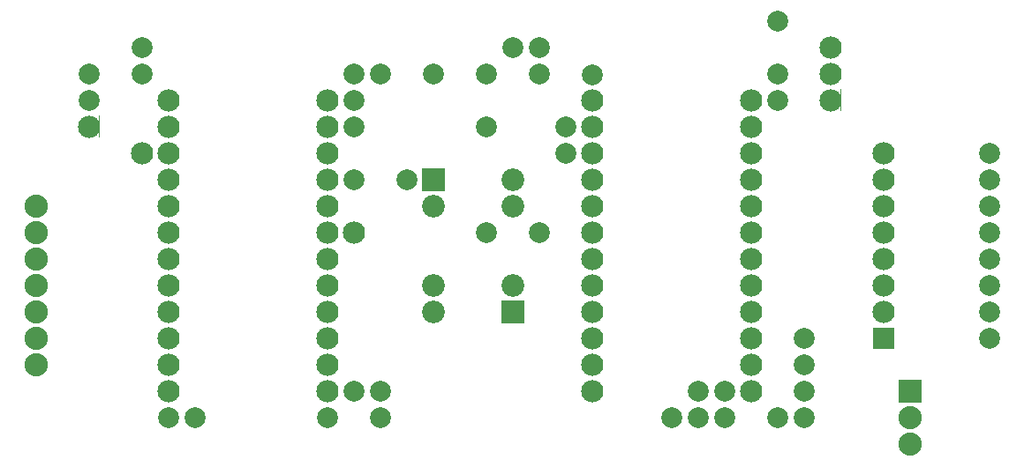
<source format=gbr>
G04*
G04 GERBER (RE)GENERATED BY FLATCAM v8.994 - www.flatcam.org - Version Date: 2020/11/7*
G04 Filename: PCB_maskBottom.gbs_edit*
G04 Created on : Wednesday, 24 March 2021 at 08:20*
G04*
G04 RS-274X GERBER GENERATED BY FLATCAM v8.994 - www.flatcam.org - Version Date: 2020/11/7*
G04 Filename: PCB_maskBottom.gbs_edit*
G04 Created on : Wednesday, 24 March 2021 at 08:19*
%FSLAX24Y24*%
%MOIN*%
%ADD10C,0.083999832*%
%ADD11C,0.087999824*%
%ADD12C,0.085666828666*%
%ADD13C,0.08569482860999998*%
%ADD14C,0.04936990126*%
%ADD15R,0.087999824X0.087999824*%
%ADD16R,0.085666828666X0.085666828666*%
%ADD17R,0.083999832X0.083999832*%
%ADD18R,0.000999998X0.000999998*%
%ADD19C,0.07874*%
%ADD21C,0.07874*%

G70*
G90*
G01*
%LPD*%
D10*
X22610Y15210D03*
X22610Y14210D03*
X22610Y13210D03*
X22610Y12210D03*
X22610Y11210D03*
X22610Y10210D03*
X22610Y09210D03*
X22610Y08210D03*
X22610Y07210D03*
X22610Y06210D03*
X22610Y05210D03*
X22610Y04210D03*
X28610Y04210D03*
X28610Y05210D03*
X28610Y06210D03*
X28610Y07210D03*
X28610Y08210D03*
X28610Y09210D03*
X28610Y10210D03*
X28610Y11210D03*
X28610Y12210D03*
X28610Y13210D03*
X28610Y14210D03*
X28610Y15210D03*
X22610Y15210D03*
X22610Y14210D03*
X22610Y13210D03*
X22610Y12210D03*
X22610Y11210D03*
X22610Y10210D03*
X22610Y09210D03*
X22610Y08210D03*
X22610Y07210D03*
X22610Y06210D03*
X22610Y05210D03*
X22610Y04210D03*
X28610Y04210D03*
X28610Y05210D03*
X28610Y06210D03*
X28610Y07210D03*
X28610Y08210D03*
X28610Y09210D03*
X28610Y10210D03*
X28610Y11210D03*
X28610Y12210D03*
X28610Y13210D03*
X28610Y14210D03*
X28610Y15210D03*
X03610Y14210D03*
X31610Y15210D03*
X31610Y16210D03*
X31610Y17210D03*
X06610Y15210D03*
X06610Y14210D03*
X06610Y13210D03*
X06610Y12210D03*
X06610Y11210D03*
X06610Y10210D03*
X06610Y09210D03*
X06610Y08210D03*
X06610Y07210D03*
X06610Y06210D03*
X06610Y05210D03*
X06610Y04210D03*
X12610Y04210D03*
X12610Y05210D03*
X12610Y06210D03*
X12610Y07210D03*
X12610Y08210D03*
X12610Y09210D03*
X12610Y10210D03*
X12610Y11210D03*
X12610Y12210D03*
X12610Y13210D03*
X12610Y14210D03*
X12610Y15210D03*
X06610Y15210D03*
X06610Y14210D03*
X06610Y13210D03*
X06610Y12210D03*
X06610Y11210D03*
X06610Y10210D03*
X06610Y09210D03*
X06610Y08210D03*
X06610Y07210D03*
X06610Y06210D03*
X06610Y05210D03*
X06610Y04210D03*
X12610Y04210D03*
X12610Y05210D03*
X12610Y06210D03*
X12610Y07210D03*
X12610Y08210D03*
X12610Y09210D03*
X12610Y10210D03*
X12610Y11210D03*
X12610Y12210D03*
X12610Y13210D03*
X12610Y14210D03*
X12610Y15210D03*
X33610Y07210D03*
X33610Y08210D03*
X33610Y09210D03*
X33610Y10210D03*
X33610Y11210D03*
X33610Y12210D03*
X33610Y13210D03*
X33610Y07210D03*
X33610Y08210D03*
X33610Y09210D03*
X33610Y10210D03*
X33610Y11210D03*
X33610Y12210D03*
X33610Y13210D03*
X05611Y13211D03*
X13606Y10210D03*
D11*
X01610Y05210D03*
X01610Y06210D03*
X01610Y07210D03*
X01610Y08210D03*
X01610Y09210D03*
X01610Y10210D03*
X01610Y11210D03*
X34610Y04210D03*
X34610Y03210D03*
X34610Y02210D03*
D12*
X19610Y07210D03*
X16620Y07210D03*
X16610Y12210D03*
X19600Y12210D03*
D13*
X19610Y08210D03*
X16610Y08210D03*
X16610Y11210D03*
X19610Y11210D03*
D14*
X15610Y12210D03*
X13610Y15210D03*
X05610Y13210D03*
X18610Y14220D03*
X13610Y14210D03*
X13610Y12210D03*
X07610Y03210D03*
X12610Y03210D03*
X06610Y03210D03*
X05610Y17210D03*
X13610Y04210D03*
X05610Y16210D03*
X21610Y13210D03*
X30610Y03210D03*
X29610Y03210D03*
X27610Y03210D03*
X30610Y06210D03*
X26610Y03210D03*
X25610Y03210D03*
X30610Y05210D03*
X30610Y04210D03*
X26610Y04210D03*
X27610Y04210D03*
X37610Y13210D03*
X37610Y07210D03*
X37610Y11210D03*
X37610Y10210D03*
X37610Y09210D03*
X37610Y06210D03*
X37610Y12210D03*
X37610Y08210D03*
X21610Y14210D03*
X20610Y10210D03*
X18610Y10210D03*
X14610Y03210D03*
X14610Y04210D03*
X20610Y16210D03*
X14610Y16210D03*
X13610Y16210D03*
X19610Y17210D03*
X20610Y17210D03*
X16610Y16210D03*
X18610Y16210D03*
X29610Y16210D03*
X29610Y15210D03*
X29610Y18210D03*
D15*
X34610Y04210D03*
D16*
X19610Y07210D03*
X16610Y12210D03*
D17*
X33610Y06210D03*
X33610Y06210D03*
D18*
X32020Y15630D03*
X32020Y15620D03*
X32020Y15610D03*
X32020Y15600D03*
X32020Y15590D03*
X32020Y15580D03*
X32020Y15570D03*
X32020Y15560D03*
X32020Y15550D03*
X32020Y15540D03*
X32020Y15530D03*
X32020Y15520D03*
X32020Y15510D03*
X32020Y15500D03*
X32020Y15490D03*
X32020Y15480D03*
X32020Y15470D03*
X32020Y15460D03*
X32020Y15450D03*
X32020Y15440D03*
X32020Y15430D03*
X32020Y15420D03*
X32020Y15410D03*
X32020Y15400D03*
X32020Y15390D03*
X32020Y15380D03*
X32020Y15370D03*
X31570Y15360D03*
X32020Y15360D03*
X31540Y15350D03*
X32020Y15350D03*
X31520Y15340D03*
X32020Y15340D03*
X31510Y15330D03*
X32020Y15330D03*
X31500Y15320D03*
X32020Y15320D03*
X31490Y15310D03*
X32020Y15310D03*
X31480Y15300D03*
X32020Y15300D03*
X31480Y15290D03*
X32020Y15290D03*
X31470Y15280D03*
X32020Y15280D03*
X31470Y15270D03*
X32020Y15270D03*
X31460Y15260D03*
X32020Y15260D03*
X31460Y15250D03*
X32020Y15250D03*
X31460Y15240D03*
X32020Y15240D03*
X31460Y15230D03*
X32020Y15230D03*
X31460Y15220D03*
X32020Y15220D03*
X31460Y15210D03*
X32020Y15210D03*
X31460Y15200D03*
X32020Y15200D03*
X31460Y15190D03*
X32020Y15190D03*
X31460Y15180D03*
X32020Y15180D03*
X31460Y15170D03*
X32020Y15170D03*
X31470Y15160D03*
X32020Y15160D03*
X31470Y15150D03*
X32020Y15150D03*
X31480Y15140D03*
X32020Y15140D03*
X31490Y15130D03*
X32020Y15130D03*
X31490Y15120D03*
X32020Y15120D03*
X31500Y15110D03*
X32020Y15110D03*
X31520Y15100D03*
X32020Y15100D03*
X31530Y15090D03*
X32020Y15090D03*
X31550Y15080D03*
X32020Y15080D03*
X32020Y15070D03*
X32020Y15060D03*
X32020Y15050D03*
X32020Y15040D03*
X32020Y15030D03*
X32020Y15020D03*
X32020Y15010D03*
X32020Y15000D03*
X32020Y14990D03*
X32020Y14980D03*
X32020Y14970D03*
X32020Y14960D03*
X32020Y14950D03*
X32020Y14940D03*
X32020Y14930D03*
X32020Y14920D03*
X32020Y14910D03*
X32020Y14900D03*
X32020Y14890D03*
X32020Y14880D03*
X32020Y14870D03*
X32020Y14860D03*
X32020Y14850D03*
X32020Y14840D03*
X32020Y14830D03*
X32020Y14820D03*
X32020Y14810D03*
X32020Y14800D03*
X04020Y14630D03*
X04020Y14620D03*
X04020Y14610D03*
X04020Y14600D03*
X04020Y14590D03*
X04020Y14580D03*
X04020Y14570D03*
X04020Y14560D03*
X04020Y14550D03*
X04020Y14540D03*
X04020Y14530D03*
X04020Y14520D03*
X04020Y14510D03*
X04020Y14500D03*
X04020Y14490D03*
X04020Y14480D03*
X04020Y14470D03*
X04020Y14460D03*
X04020Y14450D03*
X04020Y14440D03*
X04020Y14430D03*
X04020Y14420D03*
X04020Y14410D03*
X04020Y14400D03*
X04020Y14390D03*
X04020Y14380D03*
X04020Y14370D03*
X03570Y14360D03*
X04020Y14360D03*
X03540Y14350D03*
X04020Y14350D03*
X03520Y14340D03*
X04020Y14340D03*
X03510Y14330D03*
X04020Y14330D03*
X03500Y14320D03*
X04020Y14320D03*
X03490Y14310D03*
X04020Y14310D03*
X03480Y14300D03*
X04020Y14300D03*
X03480Y14290D03*
X04020Y14290D03*
X03470Y14280D03*
X04020Y14280D03*
X03470Y14270D03*
X04020Y14270D03*
X03460Y14260D03*
X04020Y14260D03*
X03460Y14250D03*
X04020Y14250D03*
X03460Y14240D03*
X04020Y14240D03*
X03460Y14230D03*
X04020Y14230D03*
X03460Y14220D03*
X04020Y14220D03*
X03460Y14210D03*
X04020Y14210D03*
X03460Y14200D03*
X04020Y14200D03*
X03460Y14190D03*
X04020Y14190D03*
X03460Y14180D03*
X04020Y14180D03*
X03460Y14170D03*
X04020Y14170D03*
X03470Y14160D03*
X04020Y14160D03*
X03470Y14150D03*
X04020Y14150D03*
X03480Y14140D03*
X04020Y14140D03*
X03490Y14130D03*
X04020Y14130D03*
X03490Y14120D03*
X04020Y14120D03*
X03500Y14110D03*
X04020Y14110D03*
X03520Y14100D03*
X04020Y14100D03*
X03530Y14090D03*
X04020Y14090D03*
X03550Y14080D03*
X04020Y14080D03*
X04020Y14070D03*
X04020Y14060D03*
X04020Y14050D03*
X04020Y14040D03*
X04020Y14030D03*
X04020Y14020D03*
X04020Y14010D03*
X04020Y14000D03*
X04020Y13990D03*
X04020Y13980D03*
X04020Y13970D03*
X04020Y13960D03*
X04020Y13950D03*
X04020Y13940D03*
X04020Y13930D03*
X04020Y13920D03*
X04020Y13910D03*
X04020Y13900D03*
X04020Y13890D03*
X04020Y13880D03*
X04020Y13870D03*
X04020Y13860D03*
X04020Y13850D03*
X04020Y13840D03*
X04020Y13830D03*
X04020Y13820D03*
X04020Y13810D03*
X04020Y13800D03*
D19*
X13610Y12208D03*
D21*
X03608Y16209D03*
X03608Y15210D03*
X05609Y17207D03*
X05609Y16207D03*
X07607Y03208D03*
X06608Y03205D03*
X13610Y16213D03*
X13610Y15213D03*
X13610Y14207D03*
X12609Y03210D03*
X13610Y04209D03*
X14609Y04208D03*
X14609Y03211D03*
X14609Y16210D03*
X15611Y12211D03*
X16612Y16210D03*
X18610Y16208D03*
X18610Y10210D03*
X18610Y14221D03*
X19607Y17211D03*
X20611Y17209D03*
X20609Y16207D03*
X20611Y10210D03*
X21609Y13209D03*
X21613Y14212D03*
X22604Y16195D03*
X29611Y18208D03*
X29611Y16206D03*
X29611Y15213D03*
X26613Y04210D03*
X27609Y04209D03*
X25611Y03210D03*
X26611Y03210D03*
X27609Y03212D03*
X29608Y03211D03*
X30611Y03208D03*
X30609Y04211D03*
X30612Y06210D03*
X30611Y05209D03*
X37608Y13212D03*
X37610Y12211D03*
X37607Y11208D03*
X37610Y10209D03*
X37610Y09209D03*
X37607Y08209D03*
X37612Y07211D03*
X37611Y06211D03*
M02*

</source>
